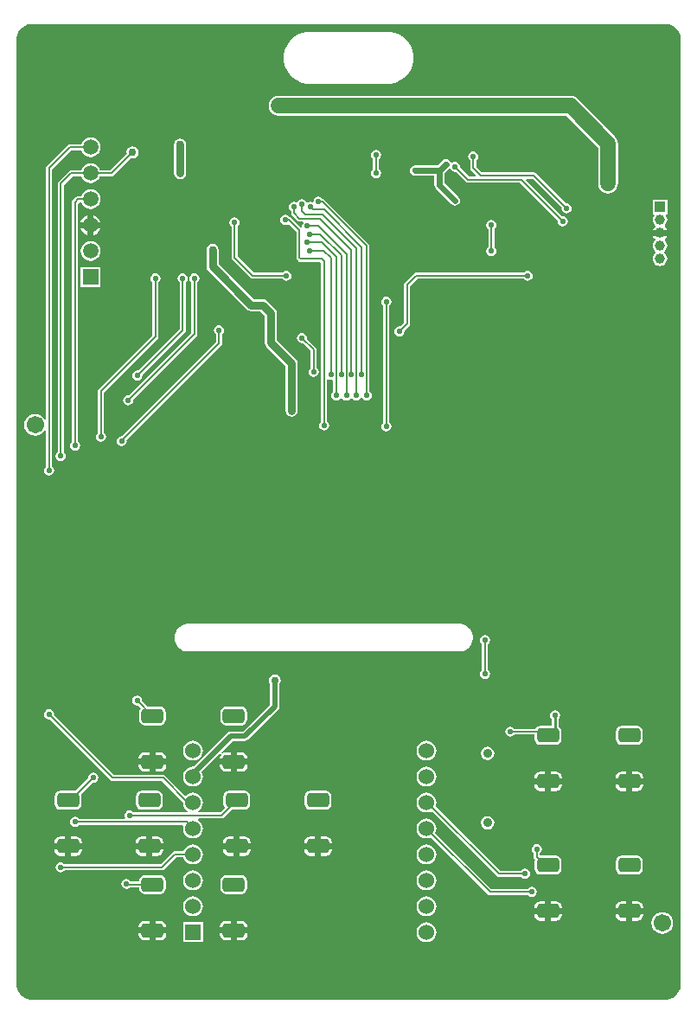
<source format=gtl>
G04*
G04 #@! TF.GenerationSoftware,Altium Limited,Altium Designer,19.1.8 (144)*
G04*
G04 Layer_Physical_Order=1*
G04 Layer_Color=255*
%FSLAX24Y24*%
%MOIN*%
G70*
G01*
G75*
%ADD11C,0.0100*%
%ADD12C,0.0080*%
G04:AMPARAMS|DCode=14|XSize=86.6mil|YSize=55.1mil|CornerRadius=13.8mil|HoleSize=0mil|Usage=FLASHONLY|Rotation=180.000|XOffset=0mil|YOffset=0mil|HoleType=Round|Shape=RoundedRectangle|*
%AMROUNDEDRECTD14*
21,1,0.0866,0.0276,0,0,180.0*
21,1,0.0591,0.0551,0,0,180.0*
1,1,0.0276,-0.0295,0.0138*
1,1,0.0276,0.0295,0.0138*
1,1,0.0276,0.0295,-0.0138*
1,1,0.0276,-0.0295,-0.0138*
%
%ADD14ROUNDEDRECTD14*%
%ADD28C,0.0200*%
%ADD29C,0.0300*%
%ADD30C,0.0050*%
%ADD31C,0.0600*%
%ADD32C,0.0220*%
%ADD33C,0.0350*%
%ADD34R,0.0394X0.0394*%
%ADD35C,0.0394*%
%ADD36R,0.0591X0.0591*%
%ADD37C,0.0591*%
%ADD38C,0.0670*%
%ADD39C,0.0600*%
%ADD40R,0.0600X0.0600*%
%ADD41C,0.0220*%
%ADD42C,0.0300*%
%ADD43C,0.0500*%
G36*
X25375Y37777D02*
X25484Y37732D01*
X25582Y37666D01*
X25666Y37582D01*
X25732Y37484D01*
X25777Y37375D01*
X25800Y37259D01*
Y37200D01*
Y800D01*
Y741D01*
X25777Y625D01*
X25732Y516D01*
X25666Y418D01*
X25582Y334D01*
X25484Y268D01*
X25375Y223D01*
X25259Y200D01*
X741D01*
X625Y223D01*
X516Y268D01*
X418Y334D01*
X334Y418D01*
X268Y516D01*
X223Y625D01*
X200Y741D01*
Y800D01*
Y37200D01*
Y37259D01*
X223Y37375D01*
X268Y37484D01*
X334Y37582D01*
X418Y37666D01*
X516Y37732D01*
X625Y37777D01*
X741Y37800D01*
X25259D01*
X25375Y37777D01*
D02*
G37*
%LPC*%
G36*
X14598Y37500D02*
X11402D01*
X11208Y37462D01*
X11026Y37386D01*
X10863Y37277D01*
X10723Y37137D01*
X10614Y36974D01*
X10538Y36792D01*
X10500Y36598D01*
Y36402D01*
X10538Y36208D01*
X10614Y36026D01*
X10723Y35863D01*
X10863Y35723D01*
X11026Y35614D01*
X11208Y35538D01*
X11402Y35500D01*
X14598D01*
X14792Y35538D01*
X14974Y35614D01*
X15137Y35723D01*
X15277Y35863D01*
X15386Y36026D01*
X15462Y36208D01*
X15500Y36402D01*
Y36598D01*
X15462Y36792D01*
X15386Y36974D01*
X15277Y37137D01*
X15137Y37277D01*
X14974Y37386D01*
X14792Y37462D01*
X14598Y37500D01*
D02*
G37*
G36*
X3050Y33429D02*
X2952Y33416D01*
X2861Y33378D01*
X2782Y33318D01*
X2722Y33239D01*
X2694Y33172D01*
X2250D01*
X2203Y33163D01*
X2163Y33137D01*
X1363Y32337D01*
X1337Y32297D01*
X1328Y32250D01*
Y22557D01*
X1278Y22547D01*
X1273Y22559D01*
X1206Y22646D01*
X1119Y22713D01*
X1018Y22754D01*
X910Y22769D01*
X802Y22754D01*
X701Y22713D01*
X614Y22646D01*
X547Y22559D01*
X506Y22458D01*
X491Y22350D01*
X506Y22242D01*
X547Y22141D01*
X614Y22054D01*
X701Y21988D01*
X802Y21946D01*
X910Y21931D01*
X1018Y21946D01*
X1119Y21988D01*
X1206Y22054D01*
X1273Y22141D01*
X1278Y22153D01*
X1328Y22143D01*
Y20747D01*
X1313Y20737D01*
X1271Y20674D01*
X1256Y20600D01*
X1271Y20526D01*
X1313Y20463D01*
X1376Y20421D01*
X1450Y20406D01*
X1524Y20421D01*
X1587Y20463D01*
X1629Y20526D01*
X1644Y20600D01*
X1629Y20674D01*
X1587Y20737D01*
X1572Y20747D01*
Y32199D01*
X2301Y32928D01*
X2694D01*
X2722Y32861D01*
X2782Y32782D01*
X2861Y32722D01*
X2952Y32684D01*
X3050Y32671D01*
X3148Y32684D01*
X3239Y32722D01*
X3318Y32782D01*
X3378Y32861D01*
X3416Y32952D01*
X3429Y33050D01*
X3416Y33148D01*
X3378Y33239D01*
X3318Y33318D01*
X3239Y33378D01*
X3148Y33416D01*
X3050Y33429D01*
D02*
G37*
G36*
X4672Y33090D02*
X4583Y33072D01*
X4507Y33021D01*
X4456Y32945D01*
X4438Y32855D01*
X4445Y32818D01*
X3799Y32172D01*
X3406D01*
X3378Y32239D01*
X3318Y32318D01*
X3239Y32378D01*
X3148Y32416D01*
X3050Y32429D01*
X2952Y32416D01*
X2861Y32378D01*
X2782Y32318D01*
X2722Y32239D01*
X2694Y32172D01*
X2300D01*
X2253Y32163D01*
X2213Y32137D01*
X1813Y31737D01*
X1787Y31697D01*
X1778Y31650D01*
Y21297D01*
X1763Y21287D01*
X1721Y21224D01*
X1706Y21150D01*
X1721Y21076D01*
X1763Y21013D01*
X1826Y20971D01*
X1900Y20956D01*
X1974Y20971D01*
X2037Y21013D01*
X2079Y21076D01*
X2094Y21150D01*
X2079Y21224D01*
X2037Y21287D01*
X2022Y21297D01*
Y31599D01*
X2351Y31928D01*
X2694D01*
X2722Y31861D01*
X2782Y31782D01*
X2861Y31722D01*
X2952Y31684D01*
X3050Y31671D01*
X3148Y31684D01*
X3239Y31722D01*
X3318Y31782D01*
X3378Y31861D01*
X3406Y31928D01*
X3850D01*
X3897Y31937D01*
X3937Y31963D01*
X4607Y32634D01*
X4672Y32621D01*
X4762Y32638D01*
X4838Y32689D01*
X4889Y32765D01*
X4907Y32855D01*
X4889Y32945D01*
X4838Y33021D01*
X4762Y33072D01*
X4672Y33090D01*
D02*
G37*
G36*
X17800Y32894D02*
X17726Y32879D01*
X17663Y32837D01*
X17621Y32774D01*
X17606Y32700D01*
X17621Y32626D01*
X17663Y32563D01*
X17678Y32553D01*
Y32250D01*
X17687Y32203D01*
X17713Y32163D01*
X17908Y31969D01*
X17889Y31922D01*
X17651D01*
X17290Y32283D01*
X17294Y32300D01*
X17279Y32374D01*
X17237Y32437D01*
X17174Y32479D01*
X17100Y32494D01*
X17026Y32479D01*
X16984Y32451D01*
X16930Y32470D01*
X16929Y32474D01*
X16887Y32537D01*
X16824Y32579D01*
X16750Y32594D01*
X16676Y32579D01*
X16613Y32537D01*
X16420Y32344D01*
X15550D01*
X15476Y32329D01*
X15413Y32287D01*
X15371Y32224D01*
X15356Y32150D01*
X15371Y32076D01*
X15413Y32013D01*
X15476Y31971D01*
X15550Y31956D01*
X16306D01*
Y31600D01*
X16321Y31526D01*
X16363Y31463D01*
X16963Y30863D01*
X17026Y30821D01*
X17100Y30806D01*
X17174Y30821D01*
X17237Y30863D01*
X17279Y30926D01*
X17294Y31000D01*
X17279Y31074D01*
X17237Y31137D01*
X16694Y31680D01*
Y32070D01*
X16867Y32243D01*
X16921Y32226D01*
X16921Y32226D01*
X16963Y32163D01*
X17026Y32121D01*
X17100Y32106D01*
X17117Y32110D01*
X17513Y31713D01*
X17553Y31687D01*
X17600Y31678D01*
X19599D01*
X21060Y30217D01*
X21056Y30200D01*
X21071Y30126D01*
X21113Y30063D01*
X21176Y30021D01*
X21250Y30006D01*
X21324Y30021D01*
X21387Y30063D01*
X21429Y30126D01*
X21444Y30200D01*
X21429Y30274D01*
X21387Y30337D01*
X21324Y30379D01*
X21250Y30394D01*
X21233Y30390D01*
X19831Y31792D01*
X19850Y31839D01*
X20088D01*
X21210Y30717D01*
X21206Y30700D01*
X21221Y30626D01*
X21263Y30563D01*
X21326Y30521D01*
X21400Y30506D01*
X21474Y30521D01*
X21537Y30563D01*
X21579Y30626D01*
X21594Y30700D01*
X21579Y30774D01*
X21537Y30837D01*
X21474Y30879D01*
X21400Y30894D01*
X21383Y30890D01*
X20226Y32048D01*
X20186Y32074D01*
X20139Y32083D01*
X18140D01*
X17922Y32301D01*
Y32553D01*
X17937Y32563D01*
X17979Y32626D01*
X17994Y32700D01*
X17979Y32774D01*
X17937Y32837D01*
X17874Y32879D01*
X17800Y32894D01*
D02*
G37*
G36*
X14050Y32944D02*
X13976Y32929D01*
X13913Y32887D01*
X13871Y32824D01*
X13856Y32750D01*
X13871Y32676D01*
X13913Y32613D01*
X13928Y32603D01*
Y32197D01*
X13913Y32187D01*
X13871Y32124D01*
X13856Y32050D01*
X13871Y31976D01*
X13913Y31913D01*
X13976Y31871D01*
X14050Y31856D01*
X14124Y31871D01*
X14187Y31913D01*
X14229Y31976D01*
X14244Y32050D01*
X14229Y32124D01*
X14187Y32187D01*
X14172Y32197D01*
Y32603D01*
X14187Y32613D01*
X14229Y32676D01*
X14244Y32750D01*
X14229Y32824D01*
X14187Y32887D01*
X14124Y32929D01*
X14050Y32944D01*
D02*
G37*
G36*
X6500Y33385D02*
X6410Y33367D01*
X6334Y33316D01*
X6283Y33240D01*
X6265Y33150D01*
Y32050D01*
X6283Y31960D01*
X6334Y31884D01*
X6410Y31833D01*
X6500Y31815D01*
X6590Y31833D01*
X6666Y31884D01*
X6717Y31960D01*
X6735Y32050D01*
Y33150D01*
X6717Y33240D01*
X6666Y33316D01*
X6590Y33367D01*
X6500Y33385D01*
D02*
G37*
G36*
X21550Y35033D02*
X10300D01*
X10201Y35020D01*
X10108Y34982D01*
X10029Y34921D01*
X9968Y34842D01*
X9930Y34749D01*
X9917Y34650D01*
X9930Y34551D01*
X9968Y34458D01*
X10029Y34379D01*
X10108Y34318D01*
X10201Y34280D01*
X10300Y34267D01*
X21391D01*
X22617Y33041D01*
Y31650D01*
X22630Y31551D01*
X22668Y31458D01*
X22729Y31379D01*
X22808Y31318D01*
X22901Y31280D01*
X23000Y31267D01*
X23099Y31280D01*
X23192Y31318D01*
X23271Y31379D01*
X23332Y31458D01*
X23370Y31551D01*
X23383Y31650D01*
Y33200D01*
X23370Y33299D01*
X23332Y33392D01*
X23271Y33471D01*
X21821Y34921D01*
X21742Y34982D01*
X21649Y35020D01*
X21550Y35033D01*
D02*
G37*
G36*
X11836Y31144D02*
X11762Y31129D01*
X11699Y31087D01*
X11657Y31024D01*
X11644Y30956D01*
X11600Y30925D01*
X11594Y30929D01*
X11520Y30944D01*
X11446Y30929D01*
X11428Y30917D01*
X11370Y30938D01*
X11337Y30987D01*
X11274Y31029D01*
X11200Y31044D01*
X11126Y31029D01*
X11063Y30987D01*
X11027Y30933D01*
X10973Y30920D01*
X10959Y30929D01*
X10885Y30944D01*
X10811Y30929D01*
X10748Y30887D01*
X10706Y30824D01*
X10691Y30750D01*
X10706Y30676D01*
X10748Y30613D01*
X10778Y30593D01*
Y30515D01*
X10786Y30474D01*
X10809Y30439D01*
X11024Y30224D01*
X11059Y30201D01*
X11100Y30193D01*
X11241D01*
X11257Y30143D01*
X11221Y30089D01*
X11206Y30015D01*
X11213Y29981D01*
X11167Y29956D01*
X10787Y30337D01*
X10747Y30363D01*
X10700Y30372D01*
X10697D01*
X10687Y30387D01*
X10624Y30429D01*
X10550Y30444D01*
X10476Y30429D01*
X10413Y30387D01*
X10371Y30324D01*
X10356Y30250D01*
X10371Y30176D01*
X10413Y30113D01*
X10476Y30071D01*
X10550Y30056D01*
X10624Y30071D01*
X10673Y30104D01*
X10978Y29799D01*
Y28800D01*
X10987Y28753D01*
X11013Y28713D01*
X11063Y28663D01*
X11103Y28637D01*
X11150Y28628D01*
X11899D01*
X11928Y28599D01*
Y22475D01*
X11918Y22468D01*
X11876Y22406D01*
X11861Y22331D01*
X11876Y22257D01*
X11918Y22194D01*
X11981Y22152D01*
X12055Y22138D01*
X12129Y22152D01*
X12192Y22194D01*
X12234Y22257D01*
X12249Y22331D01*
X12234Y22406D01*
X12192Y22468D01*
X12172Y22481D01*
Y24091D01*
X12222Y24118D01*
X12246Y24102D01*
X12320Y24088D01*
X12358Y24095D01*
X12408Y24056D01*
Y23638D01*
X12378Y23618D01*
X12336Y23556D01*
X12321Y23481D01*
X12336Y23407D01*
X12378Y23344D01*
X12441Y23302D01*
X12515Y23288D01*
X12589Y23302D01*
X12652Y23344D01*
X12685Y23393D01*
X12692Y23396D01*
X12733D01*
X12740Y23393D01*
X12773Y23344D01*
X12836Y23302D01*
X12910Y23288D01*
X12984Y23302D01*
X13047Y23344D01*
X13080Y23393D01*
X13087Y23396D01*
X13128D01*
X13135Y23393D01*
X13168Y23344D01*
X13231Y23302D01*
X13305Y23288D01*
X13379Y23302D01*
X13442Y23344D01*
X13475Y23393D01*
X13482Y23396D01*
X13523D01*
X13530Y23393D01*
X13563Y23344D01*
X13626Y23302D01*
X13700Y23288D01*
X13774Y23302D01*
X13837Y23344D01*
X13879Y23407D01*
X13894Y23481D01*
X13879Y23556D01*
X13837Y23618D01*
X13807Y23638D01*
Y29250D01*
X13799Y29291D01*
X13776Y29326D01*
X12076Y31026D01*
X12041Y31049D01*
X12000Y31057D01*
X11993D01*
X11973Y31087D01*
X11910Y31129D01*
X11836Y31144D01*
D02*
G37*
G36*
X3050Y31429D02*
X2952Y31416D01*
X2861Y31378D01*
X2782Y31318D01*
X2722Y31239D01*
X2694Y31172D01*
X2576D01*
X2529Y31163D01*
X2489Y31137D01*
X2363Y31011D01*
X2337Y30971D01*
X2328Y30924D01*
Y21697D01*
X2313Y21687D01*
X2271Y21624D01*
X2256Y21550D01*
X2271Y21476D01*
X2313Y21413D01*
X2376Y21371D01*
X2450Y21356D01*
X2524Y21371D01*
X2587Y21413D01*
X2629Y21476D01*
X2644Y21550D01*
X2629Y21624D01*
X2587Y21687D01*
X2572Y21697D01*
Y30873D01*
X2627Y30928D01*
X2694D01*
X2722Y30861D01*
X2782Y30782D01*
X2861Y30722D01*
X2952Y30684D01*
X3050Y30671D01*
X3148Y30684D01*
X3239Y30722D01*
X3318Y30782D01*
X3378Y30861D01*
X3416Y30952D01*
X3429Y31050D01*
X3416Y31148D01*
X3378Y31239D01*
X3318Y31318D01*
X3239Y31378D01*
X3148Y31416D01*
X3050Y31429D01*
D02*
G37*
G36*
X3170Y30426D02*
Y30170D01*
X3426D01*
X3394Y30249D01*
X3331Y30331D01*
X3249Y30394D01*
X3170Y30426D01*
D02*
G37*
G36*
X2930Y30426D02*
X2851Y30394D01*
X2769Y30331D01*
X2706Y30249D01*
X2674Y30170D01*
X2930D01*
Y30426D01*
D02*
G37*
G36*
X25277Y31027D02*
X24723D01*
Y30473D01*
X24759D01*
X24784Y30423D01*
X24758Y30390D01*
X24730Y30322D01*
X24721Y30250D01*
X24730Y30178D01*
X24758Y30110D01*
X24803Y30053D01*
X24815Y30043D01*
Y29980D01*
X24789Y29961D01*
X24742Y29899D01*
X24730Y29870D01*
X25000D01*
X25270D01*
X25258Y29899D01*
X25211Y29961D01*
X25185Y29980D01*
Y30043D01*
X25197Y30053D01*
X25242Y30110D01*
X25270Y30178D01*
X25279Y30250D01*
X25270Y30322D01*
X25242Y30390D01*
X25216Y30423D01*
X25241Y30473D01*
X25277D01*
Y31027D01*
D02*
G37*
G36*
X3426Y29930D02*
X3170D01*
Y29674D01*
X3249Y29706D01*
X3331Y29769D01*
X3394Y29851D01*
X3426Y29930D01*
D02*
G37*
G36*
X2930D02*
X2674D01*
X2706Y29851D01*
X2769Y29769D01*
X2851Y29706D01*
X2930Y29674D01*
Y29930D01*
D02*
G37*
G36*
X18500Y30244D02*
X18426Y30229D01*
X18363Y30187D01*
X18321Y30124D01*
X18306Y30050D01*
X18321Y29976D01*
X18363Y29913D01*
X18378Y29903D01*
Y29197D01*
X18363Y29187D01*
X18321Y29124D01*
X18306Y29050D01*
X18321Y28976D01*
X18363Y28913D01*
X18426Y28871D01*
X18500Y28856D01*
X18574Y28871D01*
X18637Y28913D01*
X18679Y28976D01*
X18694Y29050D01*
X18679Y29124D01*
X18637Y29187D01*
X18622Y29197D01*
Y29903D01*
X18637Y29913D01*
X18679Y29976D01*
X18694Y30050D01*
X18679Y30124D01*
X18637Y30187D01*
X18574Y30229D01*
X18500Y30244D01*
D02*
G37*
G36*
X3050Y29429D02*
X2952Y29416D01*
X2861Y29378D01*
X2782Y29318D01*
X2722Y29239D01*
X2684Y29148D01*
X2671Y29050D01*
X2684Y28952D01*
X2722Y28861D01*
X2782Y28782D01*
X2861Y28722D01*
X2952Y28684D01*
X3050Y28671D01*
X3148Y28684D01*
X3239Y28722D01*
X3318Y28782D01*
X3378Y28861D01*
X3416Y28952D01*
X3429Y29050D01*
X3416Y29148D01*
X3378Y29239D01*
X3318Y29318D01*
X3239Y29378D01*
X3148Y29416D01*
X3050Y29429D01*
D02*
G37*
G36*
X25270Y29630D02*
X25000D01*
X24730D01*
X24742Y29601D01*
X24789Y29539D01*
X24815Y29520D01*
Y29457D01*
X24803Y29447D01*
X24758Y29390D01*
X24730Y29322D01*
X24721Y29250D01*
X24730Y29178D01*
X24758Y29110D01*
X24803Y29053D01*
X24830Y29032D01*
Y28969D01*
X24803Y28947D01*
X24758Y28890D01*
X24730Y28822D01*
X24721Y28750D01*
X24730Y28678D01*
X24758Y28610D01*
X24803Y28553D01*
X24860Y28508D01*
X24928Y28480D01*
X25000Y28471D01*
X25072Y28480D01*
X25140Y28508D01*
X25197Y28553D01*
X25242Y28610D01*
X25270Y28678D01*
X25279Y28750D01*
X25270Y28822D01*
X25242Y28890D01*
X25197Y28947D01*
X25170Y28969D01*
Y29032D01*
X25197Y29053D01*
X25242Y29110D01*
X25270Y29178D01*
X25279Y29250D01*
X25270Y29322D01*
X25242Y29390D01*
X25197Y29447D01*
X25185Y29457D01*
Y29520D01*
X25211Y29539D01*
X25258Y29601D01*
X25270Y29630D01*
D02*
G37*
G36*
X19900Y28294D02*
X19826Y28279D01*
X19763Y28237D01*
X19753Y28222D01*
X15600D01*
X15553Y28213D01*
X15513Y28187D01*
X15163Y27837D01*
X15137Y27797D01*
X15128Y27750D01*
Y26301D01*
X14967Y26140D01*
X14950Y26144D01*
X14876Y26129D01*
X14813Y26087D01*
X14771Y26024D01*
X14756Y25950D01*
X14771Y25876D01*
X14813Y25813D01*
X14876Y25771D01*
X14950Y25756D01*
X15024Y25771D01*
X15087Y25813D01*
X15129Y25876D01*
X15144Y25950D01*
X15140Y25967D01*
X15337Y26163D01*
X15363Y26203D01*
X15372Y26250D01*
Y27699D01*
X15651Y27978D01*
X19753D01*
X19763Y27963D01*
X19826Y27921D01*
X19900Y27906D01*
X19974Y27921D01*
X20037Y27963D01*
X20079Y28026D01*
X20094Y28100D01*
X20079Y28174D01*
X20037Y28237D01*
X19974Y28279D01*
X19900Y28294D01*
D02*
G37*
G36*
X8600Y30344D02*
X8526Y30329D01*
X8463Y30287D01*
X8421Y30224D01*
X8406Y30150D01*
X8421Y30076D01*
X8463Y30013D01*
X8478Y30003D01*
Y28800D01*
X8487Y28753D01*
X8513Y28713D01*
X9213Y28013D01*
X9253Y27987D01*
X9300Y27978D01*
X10453D01*
X10463Y27963D01*
X10526Y27921D01*
X10600Y27906D01*
X10674Y27921D01*
X10737Y27963D01*
X10779Y28026D01*
X10794Y28100D01*
X10779Y28174D01*
X10737Y28237D01*
X10674Y28279D01*
X10600Y28294D01*
X10526Y28279D01*
X10463Y28237D01*
X10453Y28222D01*
X9351D01*
X8722Y28851D01*
Y30003D01*
X8737Y30013D01*
X8779Y30076D01*
X8794Y30150D01*
X8779Y30224D01*
X8737Y30287D01*
X8674Y30329D01*
X8600Y30344D01*
D02*
G37*
G36*
X3425Y28425D02*
X2675D01*
Y27675D01*
X3425D01*
Y28425D01*
D02*
G37*
G36*
X6600Y28194D02*
X6526Y28179D01*
X6463Y28137D01*
X6421Y28074D01*
X6406Y28000D01*
X6421Y27926D01*
X6463Y27863D01*
X6478Y27853D01*
Y26051D01*
X4867Y24440D01*
X4850Y24444D01*
X4776Y24429D01*
X4713Y24387D01*
X4671Y24324D01*
X4656Y24250D01*
X4671Y24176D01*
X4713Y24113D01*
X4776Y24071D01*
X4850Y24056D01*
X4924Y24071D01*
X4987Y24113D01*
X5029Y24176D01*
X5044Y24250D01*
X5040Y24267D01*
X6687Y25913D01*
X6713Y25953D01*
X6722Y26000D01*
Y27853D01*
X6737Y27863D01*
X6779Y27926D01*
X6794Y28000D01*
X6779Y28074D01*
X6737Y28137D01*
X6674Y28179D01*
X6600Y28194D01*
D02*
G37*
G36*
X11200Y25894D02*
X11126Y25879D01*
X11063Y25837D01*
X11021Y25774D01*
X11006Y25700D01*
X11021Y25626D01*
X11063Y25563D01*
X11126Y25521D01*
X11200Y25506D01*
X11235Y25513D01*
X11543Y25206D01*
Y24557D01*
X11513Y24537D01*
X11471Y24474D01*
X11456Y24400D01*
X11471Y24326D01*
X11513Y24263D01*
X11576Y24221D01*
X11650Y24206D01*
X11724Y24221D01*
X11787Y24263D01*
X11829Y24326D01*
X11844Y24400D01*
X11829Y24474D01*
X11787Y24537D01*
X11757Y24557D01*
Y25250D01*
X11749Y25291D01*
X11726Y25326D01*
X11387Y25665D01*
X11394Y25700D01*
X11379Y25774D01*
X11337Y25837D01*
X11274Y25879D01*
X11200Y25894D01*
D02*
G37*
G36*
X7050Y28194D02*
X6976Y28179D01*
X6913Y28137D01*
X6871Y28074D01*
X6856Y28000D01*
X6871Y27926D01*
X6913Y27863D01*
X6928Y27853D01*
Y25901D01*
X4517Y23490D01*
X4500Y23494D01*
X4426Y23479D01*
X4363Y23437D01*
X4321Y23374D01*
X4306Y23300D01*
X4321Y23226D01*
X4363Y23163D01*
X4426Y23121D01*
X4500Y23106D01*
X4574Y23121D01*
X4637Y23163D01*
X4679Y23226D01*
X4694Y23300D01*
X4690Y23317D01*
X7137Y25763D01*
X7163Y25803D01*
X7172Y25850D01*
Y27853D01*
X7187Y27863D01*
X7229Y27926D01*
X7244Y28000D01*
X7229Y28074D01*
X7187Y28137D01*
X7124Y28179D01*
X7050Y28194D01*
D02*
G37*
G36*
X7750Y29335D02*
X7660Y29317D01*
X7584Y29266D01*
X7533Y29190D01*
X7515Y29100D01*
Y28450D01*
X7533Y28360D01*
X7584Y28284D01*
X9069Y26799D01*
X9145Y26748D01*
X9235Y26730D01*
X9235Y26730D01*
X9588D01*
X9765Y26553D01*
Y26050D01*
Y25516D01*
X9783Y25426D01*
X9834Y25350D01*
X10565Y24618D01*
Y22900D01*
X10583Y22810D01*
X10634Y22734D01*
X10710Y22683D01*
X10800Y22665D01*
X10890Y22683D01*
X10966Y22734D01*
X11017Y22810D01*
X11035Y22900D01*
Y24716D01*
X11017Y24805D01*
X10966Y24881D01*
X10235Y25613D01*
Y26050D01*
Y26650D01*
X10235Y26650D01*
X10217Y26740D01*
X10166Y26816D01*
X9851Y27131D01*
X9775Y27182D01*
X9685Y27199D01*
X9332D01*
X7985Y28547D01*
Y29100D01*
X7967Y29190D01*
X7916Y29266D01*
X7840Y29317D01*
X7750Y29335D01*
D02*
G37*
G36*
X14450Y27294D02*
X14376Y27279D01*
X14313Y27237D01*
X14271Y27174D01*
X14256Y27100D01*
X14271Y27026D01*
X14313Y26963D01*
X14328Y26953D01*
Y22447D01*
X14313Y22437D01*
X14271Y22374D01*
X14256Y22300D01*
X14271Y22226D01*
X14313Y22163D01*
X14376Y22121D01*
X14450Y22106D01*
X14524Y22121D01*
X14587Y22163D01*
X14629Y22226D01*
X14644Y22300D01*
X14629Y22374D01*
X14587Y22437D01*
X14572Y22447D01*
Y26953D01*
X14587Y26963D01*
X14629Y27026D01*
X14644Y27100D01*
X14629Y27174D01*
X14587Y27237D01*
X14524Y27279D01*
X14450Y27294D01*
D02*
G37*
G36*
X5550Y28194D02*
X5476Y28179D01*
X5413Y28137D01*
X5371Y28074D01*
X5356Y28000D01*
X5371Y27926D01*
X5413Y27863D01*
X5428Y27853D01*
Y25801D01*
X3363Y23737D01*
X3337Y23697D01*
X3328Y23650D01*
Y22047D01*
X3313Y22037D01*
X3271Y21974D01*
X3256Y21900D01*
X3271Y21826D01*
X3313Y21763D01*
X3376Y21721D01*
X3450Y21706D01*
X3524Y21721D01*
X3587Y21763D01*
X3629Y21826D01*
X3644Y21900D01*
X3629Y21974D01*
X3587Y22037D01*
X3572Y22047D01*
Y23599D01*
X5637Y25663D01*
X5663Y25703D01*
X5672Y25750D01*
Y27853D01*
X5687Y27863D01*
X5729Y27926D01*
X5744Y28000D01*
X5729Y28074D01*
X5687Y28137D01*
X5624Y28179D01*
X5550Y28194D01*
D02*
G37*
G36*
X8000Y26194D02*
X7926Y26179D01*
X7863Y26137D01*
X7821Y26074D01*
X7806Y26000D01*
X7821Y25926D01*
X7863Y25863D01*
X7878Y25853D01*
Y25551D01*
X4245Y21918D01*
X4176Y21904D01*
X4113Y21862D01*
X4071Y21799D01*
X4056Y21725D01*
X4071Y21651D01*
X4113Y21588D01*
X4176Y21546D01*
X4250Y21531D01*
X4324Y21546D01*
X4387Y21588D01*
X4429Y21651D01*
X4444Y21725D01*
X4436Y21763D01*
X8087Y25413D01*
X8113Y25453D01*
X8122Y25500D01*
Y25853D01*
X8137Y25863D01*
X8179Y25926D01*
X8194Y26000D01*
X8179Y26074D01*
X8137Y26137D01*
X8074Y26179D01*
X8000Y26194D01*
D02*
G37*
G36*
X17306Y14681D02*
X6774D01*
X6766Y14680D01*
X6758D01*
X6672Y14663D01*
X6664Y14660D01*
X6656Y14658D01*
X6575Y14624D01*
X6568Y14620D01*
X6561Y14617D01*
X6487Y14568D01*
X6482Y14562D01*
X6475Y14557D01*
X6412Y14495D01*
X6408Y14488D01*
X6402Y14483D01*
X6353Y14409D01*
X6350Y14402D01*
X6346Y14395D01*
X6312Y14313D01*
X6310Y14306D01*
X6307Y14298D01*
X6290Y14211D01*
Y14203D01*
X6288Y14196D01*
Y14105D01*
X6290Y14098D01*
Y14090D01*
X6307Y14003D01*
X6310Y13995D01*
X6312Y13987D01*
X6346Y13905D01*
X6350Y13899D01*
X6353Y13891D01*
X6403Y13818D01*
X6408Y13812D01*
X6413Y13805D01*
X6475Y13743D01*
X6482Y13738D01*
X6488Y13732D01*
X6562Y13683D01*
X6569Y13680D01*
X6576Y13676D01*
X6658Y13642D01*
X6665Y13640D01*
X6673Y13637D01*
X6760Y13620D01*
X6768D01*
X6776Y13618D01*
X17304D01*
X17312Y13620D01*
X17320D01*
X17407Y13637D01*
X17415Y13640D01*
X17422Y13642D01*
X17504Y13676D01*
X17511Y13680D01*
X17518Y13683D01*
X17592Y13732D01*
X17598Y13738D01*
X17605Y13743D01*
X17667Y13805D01*
X17672Y13812D01*
X17677Y13818D01*
X17727Y13891D01*
X17730Y13899D01*
X17734Y13905D01*
X17768Y13987D01*
X17770Y13995D01*
X17773Y14003D01*
X17790Y14090D01*
Y14098D01*
X17792Y14105D01*
Y14196D01*
X17790Y14203D01*
Y14211D01*
X17773Y14298D01*
X17770Y14306D01*
X17768Y14313D01*
X17734Y14395D01*
X17730Y14402D01*
X17727Y14409D01*
X17678Y14483D01*
X17672Y14488D01*
X17668Y14495D01*
X17605Y14557D01*
X17598Y14562D01*
X17593Y14568D01*
X17519Y14617D01*
X17512Y14620D01*
X17505Y14624D01*
X17424Y14658D01*
X17416Y14660D01*
X17408Y14663D01*
X17322Y14680D01*
X17314D01*
X17306Y14681D01*
D02*
G37*
G36*
X18250Y14244D02*
X18176Y14229D01*
X18113Y14187D01*
X18071Y14124D01*
X18056Y14050D01*
X18071Y13976D01*
X18113Y13913D01*
X18128Y13903D01*
Y12897D01*
X18113Y12887D01*
X18071Y12824D01*
X18056Y12750D01*
X18071Y12676D01*
X18113Y12613D01*
X18176Y12571D01*
X18250Y12556D01*
X18324Y12571D01*
X18387Y12613D01*
X18429Y12676D01*
X18444Y12750D01*
X18429Y12824D01*
X18387Y12887D01*
X18372Y12897D01*
Y13903D01*
X18387Y13913D01*
X18429Y13976D01*
X18444Y14050D01*
X18429Y14124D01*
X18387Y14187D01*
X18324Y14229D01*
X18250Y14244D01*
D02*
G37*
G36*
X8860Y11496D02*
X8270D01*
X8185Y11479D01*
X8113Y11431D01*
X8065Y11359D01*
X8048Y11274D01*
Y10998D01*
X8065Y10913D01*
X8113Y10841D01*
X8185Y10793D01*
X8270Y10776D01*
X8860D01*
X8945Y10793D01*
X9017Y10841D01*
X9065Y10913D01*
X9082Y10998D01*
Y11274D01*
X9065Y11359D01*
X9017Y11431D01*
X8945Y11479D01*
X8860Y11496D01*
D02*
G37*
G36*
X4846Y11919D02*
X4772Y11904D01*
X4709Y11862D01*
X4667Y11799D01*
X4652Y11725D01*
X4667Y11651D01*
X4709Y11588D01*
X4772Y11546D01*
X4846Y11531D01*
X4863Y11535D01*
X4977Y11421D01*
X4935Y11359D01*
X4918Y11274D01*
Y10998D01*
X4935Y10913D01*
X4983Y10841D01*
X5055Y10793D01*
X5140Y10776D01*
X5730D01*
X5815Y10793D01*
X5887Y10841D01*
X5935Y10913D01*
X5952Y10998D01*
Y11274D01*
X5935Y11359D01*
X5887Y11431D01*
X5815Y11479D01*
X5730Y11496D01*
X5248D01*
X5036Y11708D01*
X5040Y11725D01*
X5025Y11799D01*
X4983Y11862D01*
X4920Y11904D01*
X4846Y11919D01*
D02*
G37*
G36*
X20950Y11344D02*
X20876Y11329D01*
X20813Y11287D01*
X20771Y11224D01*
X20756Y11150D01*
X20771Y11076D01*
X20813Y11013D01*
X20817Y11010D01*
Y10746D01*
X20390D01*
X20305Y10729D01*
X20233Y10681D01*
X20200Y10632D01*
X19382D01*
X19362Y10662D01*
X19299Y10704D01*
X19225Y10719D01*
X19151Y10704D01*
X19088Y10662D01*
X19046Y10599D01*
X19031Y10525D01*
X19046Y10451D01*
X19088Y10388D01*
X19151Y10346D01*
X19225Y10331D01*
X19299Y10346D01*
X19362Y10388D01*
X19382Y10418D01*
X20168D01*
Y10248D01*
X20185Y10163D01*
X20233Y10091D01*
X20305Y10043D01*
X20390Y10026D01*
X20980D01*
X21065Y10043D01*
X21137Y10091D01*
X21185Y10163D01*
X21202Y10248D01*
Y10524D01*
X21185Y10609D01*
X21137Y10681D01*
X21083Y10717D01*
Y11010D01*
X21087Y11013D01*
X21129Y11076D01*
X21144Y11150D01*
X21129Y11224D01*
X21087Y11287D01*
X21024Y11329D01*
X20950Y11344D01*
D02*
G37*
G36*
X24110Y10746D02*
X23520D01*
X23435Y10729D01*
X23363Y10681D01*
X23315Y10609D01*
X23298Y10524D01*
Y10248D01*
X23315Y10163D01*
X23363Y10091D01*
X23435Y10043D01*
X23520Y10026D01*
X24110D01*
X24195Y10043D01*
X24267Y10091D01*
X24315Y10163D01*
X24332Y10248D01*
Y10524D01*
X24315Y10609D01*
X24267Y10681D01*
X24195Y10729D01*
X24110Y10746D01*
D02*
G37*
G36*
X5730Y9743D02*
X5555D01*
Y9484D01*
X5971D01*
Y9502D01*
X5953Y9594D01*
X5901Y9672D01*
X5822Y9724D01*
X5730Y9743D01*
D02*
G37*
G36*
X8860D02*
X8685D01*
Y9484D01*
X9101D01*
Y9502D01*
X9083Y9594D01*
X9031Y9672D01*
X8952Y9724D01*
X8860Y9743D01*
D02*
G37*
G36*
X10150Y12735D02*
X10060Y12717D01*
X9984Y12666D01*
X9933Y12590D01*
X9915Y12500D01*
X9933Y12410D01*
X9966Y12361D01*
Y11576D01*
X8924Y10534D01*
X8450D01*
X8380Y10520D01*
X8320Y10480D01*
X7021Y9181D01*
X7000Y9183D01*
X6901Y9170D01*
X6808Y9132D01*
X6729Y9071D01*
X6668Y8992D01*
X6630Y8899D01*
X6617Y8800D01*
X6630Y8701D01*
X6668Y8608D01*
X6729Y8529D01*
X6808Y8468D01*
X6901Y8430D01*
X7000Y8417D01*
X7099Y8430D01*
X7192Y8468D01*
X7271Y8529D01*
X7332Y8608D01*
X7370Y8701D01*
X7383Y8800D01*
X7370Y8899D01*
X7338Y8978D01*
X8054Y9695D01*
X8093Y9663D01*
X8079Y9642D01*
X8047Y9594D01*
X8029Y9502D01*
Y9484D01*
X8445D01*
Y9743D01*
X8270D01*
X8178Y9724D01*
X8130Y9692D01*
X8109Y9679D01*
X8077Y9717D01*
X8526Y10166D01*
X9000D01*
X9070Y10180D01*
X9130Y10220D01*
X10280Y11370D01*
X10320Y11430D01*
X10334Y11500D01*
Y12361D01*
X10367Y12410D01*
X10385Y12500D01*
X10367Y12590D01*
X10316Y12666D01*
X10240Y12717D01*
X10150Y12735D01*
D02*
G37*
G36*
X5315Y9743D02*
X5140D01*
X5048Y9724D01*
X4969Y9672D01*
X4917Y9594D01*
X4899Y9502D01*
Y9484D01*
X5315D01*
Y9743D01*
D02*
G37*
G36*
X18350Y9950D02*
X18250Y9930D01*
X18166Y9874D01*
X18110Y9790D01*
X18090Y9690D01*
X18110Y9590D01*
X18166Y9506D01*
X18250Y9450D01*
X18350Y9430D01*
X18449Y9450D01*
X18534Y9506D01*
X18590Y9590D01*
X18610Y9690D01*
X18590Y9790D01*
X18534Y9874D01*
X18449Y9930D01*
X18350Y9950D01*
D02*
G37*
G36*
X16000Y10183D02*
X15901Y10170D01*
X15808Y10132D01*
X15729Y10071D01*
X15668Y9992D01*
X15630Y9899D01*
X15617Y9800D01*
X15630Y9701D01*
X15668Y9608D01*
X15729Y9529D01*
X15808Y9468D01*
X15901Y9430D01*
X16000Y9417D01*
X16099Y9430D01*
X16192Y9468D01*
X16271Y9529D01*
X16332Y9608D01*
X16370Y9701D01*
X16383Y9800D01*
X16370Y9899D01*
X16332Y9992D01*
X16271Y10071D01*
X16192Y10132D01*
X16099Y10170D01*
X16000Y10183D01*
D02*
G37*
G36*
X7000D02*
X6901Y10170D01*
X6808Y10132D01*
X6729Y10071D01*
X6668Y9992D01*
X6630Y9899D01*
X6617Y9800D01*
X6630Y9701D01*
X6668Y9608D01*
X6729Y9529D01*
X6808Y9468D01*
X6901Y9430D01*
X7000Y9417D01*
X7099Y9430D01*
X7192Y9468D01*
X7271Y9529D01*
X7332Y9608D01*
X7370Y9701D01*
X7383Y9800D01*
X7370Y9899D01*
X7332Y9992D01*
X7271Y10071D01*
X7192Y10132D01*
X7099Y10170D01*
X7000Y10183D01*
D02*
G37*
G36*
X9101Y9244D02*
X8685D01*
Y8986D01*
X8860D01*
X8952Y9004D01*
X9031Y9056D01*
X9083Y9134D01*
X9101Y9226D01*
Y9244D01*
D02*
G37*
G36*
X8445D02*
X8029D01*
Y9226D01*
X8047Y9134D01*
X8099Y9056D01*
X8178Y9004D01*
X8270Y8986D01*
X8445D01*
Y9244D01*
D02*
G37*
G36*
X5971D02*
X5555D01*
Y8986D01*
X5730D01*
X5822Y9004D01*
X5901Y9056D01*
X5953Y9134D01*
X5971Y9226D01*
Y9244D01*
D02*
G37*
G36*
X5315D02*
X4899D01*
Y9226D01*
X4917Y9134D01*
X4969Y9056D01*
X5048Y9004D01*
X5140Y8986D01*
X5315D01*
Y9244D01*
D02*
G37*
G36*
X20980Y8993D02*
X20805D01*
Y8734D01*
X21221D01*
Y8752D01*
X21203Y8844D01*
X21151Y8922D01*
X21072Y8974D01*
X20980Y8993D01*
D02*
G37*
G36*
X24110D02*
X23935D01*
Y8734D01*
X24351D01*
Y8752D01*
X24333Y8844D01*
X24281Y8922D01*
X24202Y8974D01*
X24110Y8993D01*
D02*
G37*
G36*
X23695D02*
X23520D01*
X23428Y8974D01*
X23349Y8922D01*
X23297Y8844D01*
X23279Y8752D01*
Y8734D01*
X23695D01*
Y8993D01*
D02*
G37*
G36*
X20565D02*
X20390D01*
X20298Y8974D01*
X20219Y8922D01*
X20167Y8844D01*
X20149Y8752D01*
Y8734D01*
X20565D01*
Y8993D01*
D02*
G37*
G36*
X3150Y8944D02*
X3076Y8929D01*
X3013Y8887D01*
X2971Y8824D01*
X2956Y8750D01*
X2960Y8733D01*
X2473Y8246D01*
X1890D01*
X1805Y8229D01*
X1733Y8181D01*
X1685Y8109D01*
X1668Y8024D01*
Y7748D01*
X1685Y7663D01*
X1733Y7591D01*
X1805Y7543D01*
X1890Y7526D01*
X2480D01*
X2565Y7543D01*
X2637Y7591D01*
X2685Y7663D01*
X2702Y7748D01*
Y8024D01*
X2685Y8109D01*
X2684Y8111D01*
X3133Y8560D01*
X3150Y8556D01*
X3224Y8571D01*
X3287Y8613D01*
X3329Y8676D01*
X3344Y8750D01*
X3329Y8824D01*
X3287Y8887D01*
X3224Y8929D01*
X3150Y8944D01*
D02*
G37*
G36*
X16000Y9183D02*
X15901Y9170D01*
X15808Y9132D01*
X15729Y9071D01*
X15668Y8992D01*
X15630Y8899D01*
X15617Y8800D01*
X15630Y8701D01*
X15668Y8608D01*
X15729Y8529D01*
X15808Y8468D01*
X15901Y8430D01*
X16000Y8417D01*
X16099Y8430D01*
X16192Y8468D01*
X16271Y8529D01*
X16332Y8608D01*
X16370Y8701D01*
X16383Y8800D01*
X16370Y8899D01*
X16332Y8992D01*
X16271Y9071D01*
X16192Y9132D01*
X16099Y9170D01*
X16000Y9183D01*
D02*
G37*
G36*
X24351Y8494D02*
X23935D01*
Y8236D01*
X24110D01*
X24202Y8254D01*
X24281Y8306D01*
X24333Y8384D01*
X24351Y8476D01*
Y8494D01*
D02*
G37*
G36*
X23695D02*
X23279D01*
Y8476D01*
X23297Y8384D01*
X23349Y8306D01*
X23428Y8254D01*
X23520Y8236D01*
X23695D01*
Y8494D01*
D02*
G37*
G36*
X21221D02*
X20805D01*
Y8236D01*
X20980D01*
X21072Y8254D01*
X21151Y8306D01*
X21203Y8384D01*
X21221Y8476D01*
Y8494D01*
D02*
G37*
G36*
X20565D02*
X20149D01*
Y8476D01*
X20167Y8384D01*
X20219Y8306D01*
X20298Y8254D01*
X20390Y8236D01*
X20565D01*
Y8494D01*
D02*
G37*
G36*
X12110Y8246D02*
X11520D01*
X11435Y8229D01*
X11363Y8181D01*
X11315Y8109D01*
X11298Y8024D01*
Y7748D01*
X11315Y7663D01*
X11363Y7591D01*
X11435Y7543D01*
X11520Y7526D01*
X12110D01*
X12195Y7543D01*
X12267Y7591D01*
X12315Y7663D01*
X12332Y7748D01*
Y8024D01*
X12315Y8109D01*
X12267Y8181D01*
X12195Y8229D01*
X12110Y8246D01*
D02*
G37*
G36*
X5610D02*
X5020D01*
X4935Y8229D01*
X4863Y8181D01*
X4815Y8109D01*
X4798Y8024D01*
Y7748D01*
X4815Y7663D01*
X4863Y7591D01*
X4935Y7543D01*
X5020Y7526D01*
X5610D01*
X5695Y7543D01*
X5767Y7591D01*
X5815Y7663D01*
X5832Y7748D01*
Y8024D01*
X5815Y8109D01*
X5767Y8181D01*
X5695Y8229D01*
X5610Y8246D01*
D02*
G37*
G36*
X1450Y11394D02*
X1376Y11379D01*
X1313Y11337D01*
X1271Y11274D01*
X1256Y11200D01*
X1271Y11126D01*
X1313Y11063D01*
X1376Y11021D01*
X1450Y11006D01*
X1467Y11010D01*
X3813Y8663D01*
X3853Y8637D01*
X3900Y8628D01*
X5799D01*
X6618Y7809D01*
X6617Y7800D01*
X6630Y7701D01*
X6668Y7608D01*
X6729Y7529D01*
X6803Y7472D01*
X6802Y7453D01*
X6789Y7422D01*
X4697D01*
X4687Y7437D01*
X4624Y7479D01*
X4550Y7494D01*
X4476Y7479D01*
X4413Y7437D01*
X4371Y7374D01*
X4356Y7300D01*
X4371Y7226D01*
X4377Y7216D01*
X4354Y7172D01*
X2597D01*
X2587Y7187D01*
X2524Y7229D01*
X2450Y7244D01*
X2376Y7229D01*
X2313Y7187D01*
X2271Y7124D01*
X2256Y7050D01*
X2271Y6976D01*
X2313Y6913D01*
X2376Y6871D01*
X2450Y6856D01*
X2524Y6871D01*
X2587Y6913D01*
X2597Y6928D01*
X6593D01*
X6627Y6878D01*
X6617Y6800D01*
X6630Y6701D01*
X6668Y6608D01*
X6729Y6529D01*
X6808Y6468D01*
X6901Y6430D01*
X7000Y6417D01*
X7099Y6430D01*
X7192Y6468D01*
X7271Y6529D01*
X7332Y6608D01*
X7370Y6701D01*
X7383Y6800D01*
X7370Y6899D01*
X7332Y6992D01*
X7271Y7071D01*
X7197Y7128D01*
X7198Y7147D01*
X7211Y7178D01*
X8099D01*
X8146Y7187D01*
X8186Y7213D01*
X8498Y7526D01*
X8980D01*
X9065Y7543D01*
X9137Y7591D01*
X9185Y7663D01*
X9202Y7748D01*
Y8024D01*
X9185Y8109D01*
X9137Y8181D01*
X9065Y8229D01*
X8980Y8246D01*
X8390D01*
X8305Y8229D01*
X8233Y8181D01*
X8185Y8109D01*
X8168Y8024D01*
Y7748D01*
X8185Y7663D01*
X8227Y7600D01*
X8049Y7422D01*
X7211D01*
X7198Y7453D01*
X7197Y7472D01*
X7271Y7529D01*
X7332Y7608D01*
X7370Y7701D01*
X7383Y7800D01*
X7370Y7899D01*
X7332Y7992D01*
X7271Y8071D01*
X7192Y8132D01*
X7099Y8170D01*
X7000Y8183D01*
X6901Y8170D01*
X6808Y8132D01*
X6729Y8071D01*
X6704Y8069D01*
X5937Y8837D01*
X5897Y8863D01*
X5850Y8872D01*
X3951D01*
X1640Y11183D01*
X1644Y11200D01*
X1629Y11274D01*
X1587Y11337D01*
X1524Y11379D01*
X1450Y11394D01*
D02*
G37*
G36*
X18350Y7270D02*
X18250Y7250D01*
X18166Y7194D01*
X18110Y7110D01*
X18090Y7010D01*
X18110Y6910D01*
X18166Y6826D01*
X18250Y6770D01*
X18350Y6750D01*
X18449Y6770D01*
X18534Y6826D01*
X18590Y6910D01*
X18610Y7010D01*
X18590Y7110D01*
X18534Y7194D01*
X18449Y7250D01*
X18350Y7270D01*
D02*
G37*
G36*
X8980Y6493D02*
X8805D01*
Y6234D01*
X9221D01*
Y6252D01*
X9203Y6344D01*
X9151Y6422D01*
X9072Y6474D01*
X8980Y6493D01*
D02*
G37*
G36*
X2480D02*
X2305D01*
Y6234D01*
X2721D01*
Y6252D01*
X2703Y6344D01*
X2651Y6422D01*
X2572Y6474D01*
X2480Y6493D01*
D02*
G37*
G36*
X12110D02*
X11935D01*
Y6234D01*
X12351D01*
Y6252D01*
X12333Y6344D01*
X12281Y6422D01*
X12202Y6474D01*
X12110Y6493D01*
D02*
G37*
G36*
X5610D02*
X5435D01*
Y6234D01*
X5851D01*
Y6252D01*
X5833Y6344D01*
X5781Y6422D01*
X5702Y6474D01*
X5610Y6493D01*
D02*
G37*
G36*
X11695D02*
X11520D01*
X11428Y6474D01*
X11349Y6422D01*
X11297Y6344D01*
X11279Y6252D01*
Y6234D01*
X11695D01*
Y6493D01*
D02*
G37*
G36*
X8565D02*
X8390D01*
X8298Y6474D01*
X8219Y6422D01*
X8167Y6344D01*
X8149Y6252D01*
Y6234D01*
X8565D01*
Y6493D01*
D02*
G37*
G36*
X5195D02*
X5020D01*
X4928Y6474D01*
X4849Y6422D01*
X4797Y6344D01*
X4779Y6252D01*
Y6234D01*
X5195D01*
Y6493D01*
D02*
G37*
G36*
X2065D02*
X1890D01*
X1798Y6474D01*
X1719Y6422D01*
X1667Y6344D01*
X1649Y6252D01*
Y6234D01*
X2065D01*
Y6493D01*
D02*
G37*
G36*
X12351Y5994D02*
X11935D01*
Y5736D01*
X12110D01*
X12202Y5754D01*
X12281Y5806D01*
X12333Y5884D01*
X12351Y5976D01*
Y5994D01*
D02*
G37*
G36*
X11695D02*
X11279D01*
Y5976D01*
X11297Y5884D01*
X11349Y5806D01*
X11428Y5754D01*
X11520Y5736D01*
X11695D01*
Y5994D01*
D02*
G37*
G36*
X9221D02*
X8805D01*
Y5736D01*
X8980D01*
X9072Y5754D01*
X9151Y5806D01*
X9203Y5884D01*
X9221Y5976D01*
Y5994D01*
D02*
G37*
G36*
X8565D02*
X8149D01*
Y5976D01*
X8167Y5884D01*
X8219Y5806D01*
X8298Y5754D01*
X8390Y5736D01*
X8565D01*
Y5994D01*
D02*
G37*
G36*
X5851D02*
X5435D01*
Y5736D01*
X5610D01*
X5702Y5754D01*
X5781Y5806D01*
X5833Y5884D01*
X5851Y5976D01*
Y5994D01*
D02*
G37*
G36*
X5195D02*
X4779D01*
Y5976D01*
X4797Y5884D01*
X4849Y5806D01*
X4928Y5754D01*
X5020Y5736D01*
X5195D01*
Y5994D01*
D02*
G37*
G36*
X2721D02*
X2305D01*
Y5736D01*
X2480D01*
X2572Y5754D01*
X2651Y5806D01*
X2703Y5884D01*
X2721Y5976D01*
Y5994D01*
D02*
G37*
G36*
X2065D02*
X1649D01*
Y5976D01*
X1667Y5884D01*
X1719Y5806D01*
X1798Y5754D01*
X1890Y5736D01*
X2065D01*
Y5994D01*
D02*
G37*
G36*
X16000Y6183D02*
X15901Y6170D01*
X15808Y6132D01*
X15729Y6071D01*
X15668Y5992D01*
X15630Y5899D01*
X15617Y5800D01*
X15630Y5701D01*
X15668Y5608D01*
X15729Y5529D01*
X15808Y5468D01*
X15901Y5430D01*
X16000Y5417D01*
X16099Y5430D01*
X16192Y5468D01*
X16271Y5529D01*
X16332Y5608D01*
X16370Y5701D01*
X16383Y5800D01*
X16370Y5899D01*
X16332Y5992D01*
X16271Y6071D01*
X16192Y6132D01*
X16099Y6170D01*
X16000Y6183D01*
D02*
G37*
G36*
X7000D02*
X6901Y6170D01*
X6808Y6132D01*
X6729Y6071D01*
X6668Y5992D01*
X6639Y5922D01*
X6300D01*
X6253Y5913D01*
X6213Y5887D01*
X5749Y5422D01*
X2047D01*
X2037Y5437D01*
X1974Y5479D01*
X1900Y5494D01*
X1826Y5479D01*
X1763Y5437D01*
X1721Y5374D01*
X1706Y5300D01*
X1721Y5226D01*
X1763Y5163D01*
X1826Y5121D01*
X1900Y5106D01*
X1974Y5121D01*
X2037Y5163D01*
X2047Y5178D01*
X5800D01*
X5847Y5187D01*
X5887Y5213D01*
X6351Y5678D01*
X6639D01*
X6668Y5608D01*
X6729Y5529D01*
X6808Y5468D01*
X6901Y5430D01*
X7000Y5417D01*
X7099Y5430D01*
X7192Y5468D01*
X7271Y5529D01*
X7332Y5608D01*
X7370Y5701D01*
X7383Y5800D01*
X7370Y5899D01*
X7332Y5992D01*
X7271Y6071D01*
X7192Y6132D01*
X7099Y6170D01*
X7000Y6183D01*
D02*
G37*
G36*
X24110Y5746D02*
X23520D01*
X23435Y5729D01*
X23363Y5681D01*
X23315Y5609D01*
X23298Y5524D01*
Y5248D01*
X23315Y5163D01*
X23363Y5091D01*
X23435Y5043D01*
X23520Y5026D01*
X24110D01*
X24195Y5043D01*
X24267Y5091D01*
X24315Y5163D01*
X24332Y5248D01*
Y5524D01*
X24315Y5609D01*
X24267Y5681D01*
X24195Y5729D01*
X24110Y5746D01*
D02*
G37*
G36*
X20250Y6194D02*
X20176Y6179D01*
X20113Y6137D01*
X20071Y6074D01*
X20056Y6000D01*
X20071Y5926D01*
X20113Y5863D01*
X20128Y5853D01*
Y5700D01*
X20137Y5653D01*
X20163Y5613D01*
X20182Y5595D01*
X20168Y5524D01*
Y5248D01*
X20185Y5163D01*
X20233Y5091D01*
X20305Y5043D01*
X20390Y5026D01*
X20980D01*
X21065Y5043D01*
X21137Y5091D01*
X21185Y5163D01*
X21202Y5248D01*
Y5524D01*
X21185Y5609D01*
X21137Y5681D01*
X21065Y5729D01*
X20980Y5746D01*
X20390D01*
X20372Y5793D01*
Y5853D01*
X20387Y5863D01*
X20429Y5926D01*
X20444Y6000D01*
X20429Y6074D01*
X20387Y6137D01*
X20324Y6179D01*
X20250Y6194D01*
D02*
G37*
G36*
X16000Y8183D02*
X15901Y8170D01*
X15808Y8132D01*
X15729Y8071D01*
X15668Y7992D01*
X15630Y7899D01*
X15617Y7800D01*
X15630Y7701D01*
X15668Y7608D01*
X15729Y7529D01*
X15808Y7468D01*
X15901Y7430D01*
X16000Y7417D01*
X16099Y7430D01*
X16192Y7468D01*
X16201Y7476D01*
X18713Y4963D01*
X18753Y4937D01*
X18800Y4928D01*
X19653D01*
X19663Y4913D01*
X19726Y4871D01*
X19800Y4856D01*
X19874Y4871D01*
X19937Y4913D01*
X19979Y4976D01*
X19994Y5050D01*
X19979Y5124D01*
X19937Y5187D01*
X19874Y5229D01*
X19800Y5244D01*
X19726Y5229D01*
X19663Y5187D01*
X19653Y5172D01*
X18851D01*
X16356Y7667D01*
X16370Y7701D01*
X16383Y7800D01*
X16370Y7899D01*
X16332Y7992D01*
X16271Y8071D01*
X16192Y8132D01*
X16099Y8170D01*
X16000Y8183D01*
D02*
G37*
G36*
X5730Y4996D02*
X5140D01*
X5055Y4979D01*
X4983Y4931D01*
X4935Y4859D01*
X4918Y4774D01*
Y4758D01*
X4602D01*
X4573Y4801D01*
X4510Y4843D01*
X4436Y4858D01*
X4362Y4843D01*
X4299Y4801D01*
X4257Y4738D01*
X4242Y4664D01*
X4257Y4590D01*
X4299Y4527D01*
X4362Y4485D01*
X4436Y4470D01*
X4510Y4485D01*
X4552Y4513D01*
X4918D01*
Y4498D01*
X4935Y4413D01*
X4983Y4341D01*
X5055Y4293D01*
X5140Y4276D01*
X5730D01*
X5815Y4293D01*
X5887Y4341D01*
X5935Y4413D01*
X5952Y4498D01*
Y4774D01*
X5935Y4859D01*
X5887Y4931D01*
X5815Y4979D01*
X5730Y4996D01*
D02*
G37*
G36*
X16000Y5183D02*
X15901Y5170D01*
X15808Y5132D01*
X15729Y5071D01*
X15668Y4992D01*
X15630Y4899D01*
X15617Y4800D01*
X15630Y4701D01*
X15668Y4608D01*
X15729Y4529D01*
X15808Y4468D01*
X15901Y4430D01*
X16000Y4417D01*
X16099Y4430D01*
X16192Y4468D01*
X16271Y4529D01*
X16332Y4608D01*
X16370Y4701D01*
X16383Y4800D01*
X16370Y4899D01*
X16332Y4992D01*
X16271Y5071D01*
X16192Y5132D01*
X16099Y5170D01*
X16000Y5183D01*
D02*
G37*
G36*
X7000D02*
X6901Y5170D01*
X6808Y5132D01*
X6729Y5071D01*
X6668Y4992D01*
X6630Y4899D01*
X6617Y4800D01*
X6630Y4701D01*
X6668Y4608D01*
X6729Y4529D01*
X6808Y4468D01*
X6901Y4430D01*
X7000Y4417D01*
X7099Y4430D01*
X7192Y4468D01*
X7271Y4529D01*
X7332Y4608D01*
X7370Y4701D01*
X7383Y4800D01*
X7370Y4899D01*
X7332Y4992D01*
X7271Y5071D01*
X7192Y5132D01*
X7099Y5170D01*
X7000Y5183D01*
D02*
G37*
G36*
X8860Y4996D02*
X8270D01*
X8185Y4979D01*
X8113Y4931D01*
X8065Y4859D01*
X8048Y4774D01*
Y4498D01*
X8065Y4413D01*
X8113Y4341D01*
X8185Y4293D01*
X8270Y4276D01*
X8860D01*
X8945Y4293D01*
X9017Y4341D01*
X9065Y4413D01*
X9082Y4498D01*
Y4774D01*
X9065Y4859D01*
X9017Y4931D01*
X8945Y4979D01*
X8860Y4996D01*
D02*
G37*
G36*
X16000Y7183D02*
X15901Y7170D01*
X15808Y7132D01*
X15729Y7071D01*
X15668Y6992D01*
X15630Y6899D01*
X15617Y6800D01*
X15630Y6701D01*
X15668Y6608D01*
X15729Y6529D01*
X15808Y6468D01*
X15901Y6430D01*
X16000Y6417D01*
X16099Y6430D01*
X16168Y6458D01*
X18363Y4263D01*
X18403Y4237D01*
X18450Y4228D01*
X19903D01*
X19913Y4213D01*
X19976Y4171D01*
X20050Y4156D01*
X20124Y4171D01*
X20187Y4213D01*
X20229Y4276D01*
X20244Y4350D01*
X20229Y4424D01*
X20187Y4487D01*
X20124Y4529D01*
X20050Y4544D01*
X19976Y4529D01*
X19913Y4487D01*
X19903Y4472D01*
X18501D01*
X16342Y6632D01*
X16370Y6701D01*
X16383Y6800D01*
X16370Y6899D01*
X16332Y6992D01*
X16271Y7071D01*
X16192Y7132D01*
X16099Y7170D01*
X16000Y7183D01*
D02*
G37*
G36*
X20980Y3993D02*
X20805D01*
Y3734D01*
X21221D01*
Y3752D01*
X21203Y3844D01*
X21151Y3922D01*
X21072Y3974D01*
X20980Y3993D01*
D02*
G37*
G36*
X24110D02*
X23935D01*
Y3734D01*
X24351D01*
Y3752D01*
X24333Y3844D01*
X24281Y3922D01*
X24202Y3974D01*
X24110Y3993D01*
D02*
G37*
G36*
X23695D02*
X23520D01*
X23428Y3974D01*
X23349Y3922D01*
X23297Y3844D01*
X23279Y3752D01*
Y3734D01*
X23695D01*
Y3993D01*
D02*
G37*
G36*
X20565D02*
X20390D01*
X20298Y3974D01*
X20219Y3922D01*
X20167Y3844D01*
X20149Y3752D01*
Y3734D01*
X20565D01*
Y3993D01*
D02*
G37*
G36*
X16000Y4183D02*
X15901Y4170D01*
X15808Y4132D01*
X15729Y4071D01*
X15668Y3992D01*
X15630Y3899D01*
X15617Y3800D01*
X15630Y3701D01*
X15668Y3608D01*
X15729Y3529D01*
X15808Y3468D01*
X15901Y3430D01*
X16000Y3417D01*
X16099Y3430D01*
X16192Y3468D01*
X16271Y3529D01*
X16332Y3608D01*
X16370Y3701D01*
X16383Y3800D01*
X16370Y3899D01*
X16332Y3992D01*
X16271Y4071D01*
X16192Y4132D01*
X16099Y4170D01*
X16000Y4183D01*
D02*
G37*
G36*
X7000D02*
X6901Y4170D01*
X6808Y4132D01*
X6729Y4071D01*
X6668Y3992D01*
X6630Y3899D01*
X6617Y3800D01*
X6630Y3701D01*
X6668Y3608D01*
X6729Y3529D01*
X6808Y3468D01*
X6901Y3430D01*
X7000Y3417D01*
X7099Y3430D01*
X7192Y3468D01*
X7271Y3529D01*
X7332Y3608D01*
X7370Y3701D01*
X7383Y3800D01*
X7370Y3899D01*
X7332Y3992D01*
X7271Y4071D01*
X7192Y4132D01*
X7099Y4170D01*
X7000Y4183D01*
D02*
G37*
G36*
X24351Y3494D02*
X23935D01*
Y3236D01*
X24110D01*
X24202Y3254D01*
X24281Y3306D01*
X24333Y3384D01*
X24351Y3476D01*
Y3494D01*
D02*
G37*
G36*
X23695D02*
X23279D01*
Y3476D01*
X23297Y3384D01*
X23349Y3306D01*
X23428Y3254D01*
X23520Y3236D01*
X23695D01*
Y3494D01*
D02*
G37*
G36*
X21221D02*
X20805D01*
Y3236D01*
X20980D01*
X21072Y3254D01*
X21151Y3306D01*
X21203Y3384D01*
X21221Y3476D01*
Y3494D01*
D02*
G37*
G36*
X20565D02*
X20149D01*
Y3476D01*
X20167Y3384D01*
X20219Y3306D01*
X20298Y3254D01*
X20390Y3236D01*
X20565D01*
Y3494D01*
D02*
G37*
G36*
X5730Y3243D02*
X5555D01*
Y2984D01*
X5971D01*
Y3002D01*
X5953Y3094D01*
X5901Y3172D01*
X5822Y3224D01*
X5730Y3243D01*
D02*
G37*
G36*
X8860D02*
X8685D01*
Y2984D01*
X9101D01*
Y3002D01*
X9083Y3094D01*
X9031Y3172D01*
X8952Y3224D01*
X8860Y3243D01*
D02*
G37*
G36*
X8445D02*
X8270D01*
X8178Y3224D01*
X8099Y3172D01*
X8047Y3094D01*
X8029Y3002D01*
Y2984D01*
X8445D01*
Y3243D01*
D02*
G37*
G36*
X5315D02*
X5140D01*
X5048Y3224D01*
X4969Y3172D01*
X4917Y3094D01*
X4899Y3002D01*
Y2984D01*
X5315D01*
Y3243D01*
D02*
G37*
G36*
X25090Y3569D02*
X24982Y3554D01*
X24881Y3512D01*
X24794Y3446D01*
X24727Y3359D01*
X24686Y3258D01*
X24671Y3150D01*
X24686Y3042D01*
X24727Y2941D01*
X24794Y2854D01*
X24881Y2788D01*
X24982Y2746D01*
X25090Y2731D01*
X25198Y2746D01*
X25299Y2788D01*
X25386Y2854D01*
X25452Y2941D01*
X25494Y3042D01*
X25509Y3150D01*
X25494Y3258D01*
X25452Y3359D01*
X25386Y3446D01*
X25299Y3512D01*
X25198Y3554D01*
X25090Y3569D01*
D02*
G37*
G36*
X9101Y2744D02*
X8685D01*
Y2486D01*
X8860D01*
X8952Y2504D01*
X9031Y2556D01*
X9083Y2634D01*
X9101Y2726D01*
Y2744D01*
D02*
G37*
G36*
X8445D02*
X8029D01*
Y2726D01*
X8047Y2634D01*
X8099Y2556D01*
X8178Y2504D01*
X8270Y2486D01*
X8445D01*
Y2744D01*
D02*
G37*
G36*
X5971D02*
X5555D01*
Y2486D01*
X5730D01*
X5822Y2504D01*
X5901Y2556D01*
X5953Y2634D01*
X5971Y2726D01*
Y2744D01*
D02*
G37*
G36*
X5315D02*
X4899D01*
Y2726D01*
X4917Y2634D01*
X4969Y2556D01*
X5048Y2504D01*
X5140Y2486D01*
X5315D01*
Y2744D01*
D02*
G37*
G36*
X7380Y3180D02*
X6620D01*
Y2420D01*
X7380D01*
Y3180D01*
D02*
G37*
G36*
X16000Y3183D02*
X15901Y3170D01*
X15808Y3132D01*
X15729Y3071D01*
X15668Y2992D01*
X15630Y2899D01*
X15617Y2800D01*
X15630Y2701D01*
X15668Y2608D01*
X15729Y2529D01*
X15808Y2468D01*
X15901Y2430D01*
X16000Y2417D01*
X16099Y2430D01*
X16192Y2468D01*
X16271Y2529D01*
X16332Y2608D01*
X16370Y2701D01*
X16383Y2800D01*
X16370Y2899D01*
X16332Y2992D01*
X16271Y3071D01*
X16192Y3132D01*
X16099Y3170D01*
X16000Y3183D01*
D02*
G37*
%LPD*%
D11*
X20950Y10600D02*
Y11150D01*
D12*
X6750Y7050D02*
X7000Y6800D01*
X2450Y7050D02*
X6750D01*
X3850Y32050D02*
X4655Y32855D01*
X4672D01*
X3050Y32050D02*
X3850D01*
X14450Y22300D02*
Y27100D01*
X1450Y11200D02*
X3900Y8750D01*
X5850D01*
X16075Y7800D02*
X16150D01*
X16000D02*
X16075D01*
Y7875D01*
Y7775D02*
Y7800D01*
X18800Y5050D02*
X19800D01*
X16075Y7775D02*
X18800Y5050D01*
X2200Y7800D02*
X2375Y7975D01*
X3150Y8750D01*
X8099Y7300D02*
X8685Y7886D01*
X4550Y7300D02*
X8099D01*
X2375Y7975D02*
X2500Y7850D01*
X2350Y8000D02*
X2375Y7975D01*
X20139Y31961D02*
X21400Y30700D01*
X18500Y29050D02*
Y30050D01*
X20564Y10386D02*
X20714Y10536D01*
X7000Y8800D02*
Y8900D01*
X1900Y21150D02*
Y31650D01*
X2300Y32050D01*
X5800Y5300D02*
X6300Y5800D01*
X1900Y5300D02*
X5800D01*
X2450Y30924D02*
X2576Y31050D01*
X2450Y21550D02*
Y30924D01*
X1450Y20600D02*
Y32250D01*
X5850Y8750D02*
X6800Y7800D01*
X6300Y5800D02*
X7000D01*
X1450Y32250D02*
X2250Y33050D01*
X2300Y32050D02*
X3050D01*
X2576Y31050D02*
X3050D01*
X2250Y33050D02*
X3050D01*
X16000Y6800D02*
X18450Y4350D01*
X20050D01*
X19650Y31800D02*
X21250Y30200D01*
X17600Y31800D02*
X19650D01*
X18089Y31961D02*
X20139D01*
X17800Y32250D02*
X18089Y31961D01*
X17800Y32250D02*
Y32700D01*
X17100Y32300D02*
X17600Y31800D01*
X8500Y8071D02*
X8685Y7886D01*
X12050Y22350D02*
Y28650D01*
X11950Y28750D02*
X12050Y28650D01*
X11150Y28750D02*
X11950D01*
X11100Y28800D02*
X11150Y28750D01*
X11100Y28800D02*
Y29850D01*
X10700Y30250D02*
X11100Y29850D01*
X10550Y30250D02*
X10700D01*
X5550Y25750D02*
Y28000D01*
X3450Y23650D02*
X5550Y25750D01*
X4846Y11725D02*
X5435Y11136D01*
X3450Y21900D02*
Y23650D01*
X4250Y21725D02*
Y21750D01*
X4414Y4636D02*
X5435D01*
X4850Y24250D02*
X6600Y26000D01*
Y28000D01*
X7050Y25850D02*
Y28000D01*
X4500Y23300D02*
X7050Y25850D01*
X4250Y21750D02*
X8000Y25500D01*
Y26000D01*
X8600Y28800D02*
Y30150D01*
X18250Y12750D02*
Y14050D01*
X20564Y10386D02*
X20685D01*
X14050Y32050D02*
Y32750D01*
X8600Y28800D02*
X9300Y28100D01*
X10600D01*
X14950Y25950D02*
X15250Y26250D01*
Y27750D02*
X15600Y28100D01*
X19900D01*
X20250Y5700D02*
Y6000D01*
Y5700D02*
X20564Y5386D01*
X20685D01*
X15250Y26250D02*
Y27750D01*
D14*
X5315Y7886D02*
D03*
Y6114D02*
D03*
X2185D02*
D03*
Y7886D02*
D03*
X20685Y5386D02*
D03*
Y3614D02*
D03*
X23815D02*
D03*
Y5386D02*
D03*
X20685Y10386D02*
D03*
Y8614D02*
D03*
X23815D02*
D03*
Y10386D02*
D03*
X11815Y7886D02*
D03*
Y6114D02*
D03*
X8685D02*
D03*
Y7886D02*
D03*
X8565Y4636D02*
D03*
Y2864D02*
D03*
X5435D02*
D03*
Y4636D02*
D03*
X8565Y11136D02*
D03*
Y9364D02*
D03*
X5435D02*
D03*
Y11136D02*
D03*
D28*
X10150Y11500D02*
Y12500D01*
X9000Y10350D02*
X10150Y11500D01*
X8450Y10350D02*
X9000D01*
X7000Y8900D02*
X8450Y10350D01*
D29*
X6500Y32050D02*
Y33150D01*
X7750Y28450D02*
Y29100D01*
Y28450D02*
X9235Y26965D01*
X10000Y26050D02*
Y26650D01*
X9685Y26965D02*
X10000Y26650D01*
X9235Y26965D02*
X9685D01*
X10800Y22900D02*
Y24716D01*
X10000Y25516D02*
X10800Y24716D01*
X10000Y25516D02*
Y26050D01*
D30*
X12515Y23481D02*
Y28835D01*
X12715Y24281D02*
Y28885D01*
X12910Y23481D02*
Y28940D01*
X13105Y24281D02*
Y29095D01*
X13305Y23481D02*
Y29145D01*
X13500Y24281D02*
Y29200D01*
X13700Y23481D02*
Y29250D01*
X12320Y24281D02*
Y24302D01*
X11200Y25700D02*
X11650Y25250D01*
Y24400D02*
Y25250D01*
X19225Y10525D02*
X20375D01*
X20450Y10450D01*
X11900Y30300D02*
X13105Y29095D01*
X11100Y30300D02*
X11900D01*
X11980Y30470D02*
X13305Y29145D01*
X11330Y30470D02*
X11980D01*
X11200Y30600D02*
X11330Y30470D01*
X12000Y30950D02*
X13700Y29250D01*
X11836Y30950D02*
X12000D01*
X11200Y30600D02*
Y30850D01*
X12050Y30650D02*
X13500Y29200D01*
X11620Y30650D02*
X12050D01*
X11520Y30750D02*
X11620Y30650D01*
X10885Y30515D02*
X11100Y30300D01*
X10885Y30515D02*
Y30750D01*
X11400Y30015D02*
X11835D01*
X11500Y29070D02*
X12030D01*
X11400Y29385D02*
X11965D01*
X11500Y29700D02*
X11900D01*
X12320Y24302D02*
X12341Y24281D01*
X12520Y23497D02*
X12536Y23481D01*
X12720Y24297D02*
X12736Y24281D01*
X11835Y30015D02*
X12910Y28940D01*
X11900Y29700D02*
X12715Y28885D01*
X11965Y29385D02*
X12515Y28835D01*
X12030Y29070D02*
X12320Y28780D01*
Y24302D02*
Y28780D01*
D31*
X10300Y34650D02*
X21550D01*
X23000Y33200D01*
Y31650D02*
Y33200D01*
D32*
X16500Y31600D02*
X17100Y31000D01*
X16500Y31600D02*
Y32150D01*
X15550D02*
X16500D01*
X16750Y32400D01*
D33*
X18350Y9690D02*
D03*
Y7010D02*
D03*
D34*
X25000Y30750D02*
D03*
D35*
Y30250D02*
D03*
Y29750D02*
D03*
Y29250D02*
D03*
Y28750D02*
D03*
D36*
X3050Y28050D02*
D03*
D37*
Y29050D02*
D03*
Y30050D02*
D03*
Y31050D02*
D03*
Y32050D02*
D03*
Y33050D02*
D03*
D38*
X25090Y3150D02*
D03*
X910Y22350D02*
D03*
D39*
X7000Y4800D02*
D03*
Y8800D02*
D03*
X16000Y4800D02*
D03*
Y8800D02*
D03*
X7000Y5800D02*
D03*
Y3800D02*
D03*
Y7800D02*
D03*
Y6800D02*
D03*
X16000Y2800D02*
D03*
Y3800D02*
D03*
Y5800D02*
D03*
Y6800D02*
D03*
Y7800D02*
D03*
X7000Y9800D02*
D03*
X16000D02*
D03*
D40*
X7000Y2800D02*
D03*
D41*
X10900Y11950D02*
D03*
X9500Y25326D02*
D03*
X15100Y33050D02*
D03*
X14450Y27100D02*
D03*
X1450Y11200D02*
D03*
X2450Y7050D02*
D03*
X4846Y11725D02*
D03*
X3150Y8750D02*
D03*
X4550Y7300D02*
D03*
X21400Y30700D02*
D03*
X18500Y29050D02*
D03*
X1900Y21150D02*
D03*
Y5300D02*
D03*
X2450Y21550D02*
D03*
X1450Y20600D02*
D03*
X19800Y5050D02*
D03*
X20050Y4350D02*
D03*
X21250Y30200D02*
D03*
X17100Y32300D02*
D03*
X17800Y32700D02*
D03*
X12055Y22331D02*
D03*
X12715Y24281D02*
D03*
X13105D02*
D03*
X13500D02*
D03*
X12320D02*
D03*
X10550Y30250D02*
D03*
X5550Y28000D02*
D03*
X3450Y21900D02*
D03*
X4250Y21725D02*
D03*
X4850Y24250D02*
D03*
X4500Y23300D02*
D03*
X4436Y4664D02*
D03*
X8600Y30150D02*
D03*
X11200Y25700D02*
D03*
X19225Y10525D02*
D03*
X18250Y14050D02*
D03*
Y12750D02*
D03*
X14450Y22300D02*
D03*
X11530Y23381D02*
D03*
X15469Y23469D02*
D03*
X13305Y23481D02*
D03*
X12515D02*
D03*
X15180Y12750D02*
D03*
X20950Y11150D02*
D03*
X18500Y30050D02*
D03*
X11836Y30950D02*
D03*
X11200Y30850D02*
D03*
X11520Y30750D02*
D03*
X10885D02*
D03*
X11400Y30015D02*
D03*
Y29385D02*
D03*
X11500Y29070D02*
D03*
Y29700D02*
D03*
X17600Y33950D02*
D03*
X16300Y32650D02*
D03*
X17100Y31000D02*
D03*
X20250Y6000D02*
D03*
X8000Y26000D02*
D03*
X14879Y23471D02*
D03*
X7050Y28000D02*
D03*
X17450Y32400D02*
D03*
X12150Y32550D02*
D03*
X14250Y10450D02*
D03*
X11650Y26450D02*
D03*
X9955Y23381D02*
D03*
X18050Y28631D02*
D03*
X13700Y23481D02*
D03*
X12910D02*
D03*
X6600Y28000D02*
D03*
X7050Y31900D02*
D03*
X16750Y32400D02*
D03*
X15550Y32150D02*
D03*
X16650Y24350D02*
D03*
X11650Y24400D02*
D03*
X14050Y32750D02*
D03*
Y32050D02*
D03*
X10600Y28100D02*
D03*
X14950Y25950D02*
D03*
X19900Y28100D02*
D03*
D42*
X10150Y12500D02*
D03*
X6500Y33150D02*
D03*
X4672Y32855D02*
D03*
X5000Y900D02*
D03*
X7750Y29100D02*
D03*
X10800Y22900D02*
D03*
X6500Y32050D02*
D03*
X5000Y1700D02*
D03*
X10000Y26050D02*
D03*
X9235Y26965D02*
D03*
X4250Y1700D02*
D03*
Y900D02*
D03*
D43*
X10300Y34650D02*
D03*
X23000Y31650D02*
D03*
M02*

</source>
